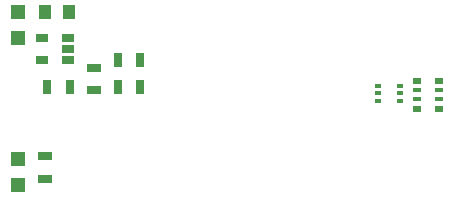
<source format=gtp>
G04 #@! TF.GenerationSoftware,KiCad,Pcbnew,(5.0.0-rc2-dev-444-g2974a2c10)*
G04 #@! TF.CreationDate,2019-11-25T15:14:32-08:00*
G04 #@! TF.ProjectId,ItsyBitsy breadboard,49747379426974737920627265616462,v02*
G04 #@! TF.SameCoordinates,Original*
G04 #@! TF.FileFunction,Paste,Top*
G04 #@! TF.FilePolarity,Positive*
%FSLAX46Y46*%
G04 Gerber Fmt 4.6, Leading zero omitted, Abs format (unit mm)*
G04 Created by KiCad (PCBNEW (5.0.0-rc2-dev-444-g2974a2c10)) date 11/25/19 15:14:32*
%MOMM*%
%LPD*%
G01*
G04 APERTURE LIST*
%ADD10R,0.800000X0.500000*%
%ADD11R,0.800000X0.400000*%
%ADD12R,1.000000X1.250000*%
%ADD13R,1.200000X1.200000*%
%ADD14R,0.600000X0.420000*%
%ADD15R,1.300000X0.700000*%
%ADD16R,0.700000X1.300000*%
%ADD17R,1.060000X0.650000*%
G04 APERTURE END LIST*
D10*
X138080666Y-108696407D03*
D11*
X138080666Y-110296407D03*
X138080666Y-109496407D03*
D10*
X138080666Y-111096407D03*
D11*
X139880666Y-109496407D03*
D10*
X139880666Y-108696407D03*
D11*
X139880666Y-110296407D03*
D10*
X139880666Y-111096407D03*
D12*
X106569000Y-102870000D03*
X108569000Y-102870000D03*
D13*
X104267000Y-102913000D03*
X104267000Y-105113000D03*
X104267000Y-115359000D03*
X104267000Y-117559000D03*
D14*
X136628666Y-109119407D03*
X136628666Y-109769407D03*
X136628666Y-110419407D03*
X134728666Y-109119407D03*
X134728666Y-109769407D03*
X134728666Y-110419407D03*
D15*
X110744000Y-109535000D03*
X110744000Y-107635000D03*
X106553000Y-117028000D03*
X106553000Y-115128000D03*
D16*
X114615000Y-106934000D03*
X112715000Y-106934000D03*
X108646000Y-109220000D03*
X106746000Y-109220000D03*
X114615000Y-109220000D03*
X112715000Y-109220000D03*
D17*
X106342000Y-106995000D03*
X106342000Y-105095000D03*
X108542000Y-105095000D03*
X108542000Y-106045000D03*
X108542000Y-106995000D03*
M02*

</source>
